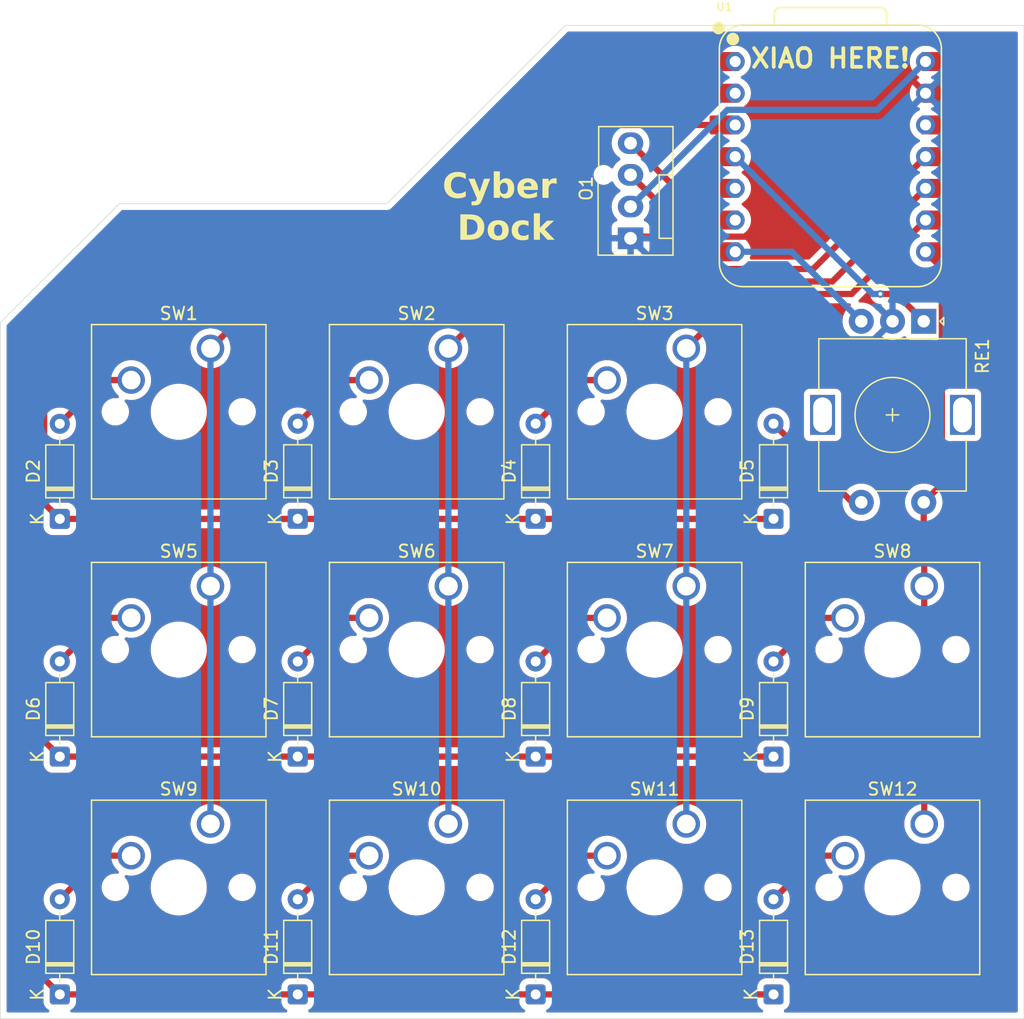
<source format=kicad_pcb>
(kicad_pcb (version 20241229) (generator "pcbnew") (generator_version "9.0")
  (layers (0 "F.Cu" signal) (2 "B.Cu" signal) (13 "F.Paste" user) (15 "B.Paste" user) (5 "F.SilkS" user "F.Silkscreen") (7 "B.SilkS" user "B.Silkscreen") (1 "F.Mask" user) (3 "B.Mask" user) (25 "Edge.Cuts" user))
  (net 0 "")
  (net 1 "GND")
  (net 2 "+5V")
  (net 3 "Net-(D2-A)")
  (net 4 "Row 0")
  (net 5 "Net-(D3-A)")
  (net 6 "Net-(D4-A)")
  (net 7 "Net-(D5-A)")
  (net 8 "Net-(D6-A)")
  (net 9 "Row 1")
  (net 10 "Net-(D7-A)")
  (net 11 "Net-(D8-A)")
  (net 12 "Net-(D9-A)")
  (net 13 "Net-(D10-A)")
  (net 14 "Row 2")
  (net 15 "Net-(D11-A)")
  (net 16 "Net-(D12-A)")
  (net 17 "Net-(D13-A)")
  (net 18 "Column 0")
  (net 19 "Column 1")
  (net 20 "Column 2")
  (net 21 "Column 3")
  (net 22 "Net-(O1-SCL)")
  (net 23 "Net-(O1-SDA)")
  (net 24 "Net-(U1-GPIO29{slash}ADC3{slash}A3)")
  (net 25 "Net-(U1-GPIO0{slash}TX)")
  (footprint "Diode_THT:D_DO-35_SOD27_P7.62mm_Horizontal" (layer "F.Cu") (at 152.4 118.11 90)
    (property "Reference" "D12" (at 3.81 -2.12 90) (layer "F.SilkS"))
    (property "Value" "1N4148")
    (fp_line (start 2.53 -1.12) (end 2.53 1.12) (stroke (width 0.12)) (layer "F.SilkS"))
    (fp_line (start 2.41 -1.12) (end 2.41 1.12) (stroke (width 0.12)) (layer "F.SilkS"))
    (fp_line (start 2.29 -1.12) (end 2.29 1.12) (stroke (width 0.12)) (layer "F.SilkS"))
    (fp_line (start 6.58 0) (end 5.93 0) (stroke (width 0.12)) (layer "F.SilkS"))
    (fp_line (start 1.04 0) (end 1.69 0) (stroke (width 0.12)) (layer "F.SilkS"))
    (fp_rect (start 1.69 -1.12) (end 5.93 1.12) (stroke (width 0.12)) (fill no) (layer "F.SilkS"))
    (fp_text user "K" (at 0 -1.8 90) (layer "F.SilkS"))
    (pad "1" thru_hole roundrect (at 0 0 90) (size 1.6 1.6) (drill 0.8) (layers "*.Cu" "*.Mask") (roundrect_rratio 0.15625) (net 14 "Row 2"))
    (pad "2" thru_hole circle (at 7.62 0 90) (size 1.6 1.6) (drill 0.8) (layers "*.Cu" "*.Mask") (net 16 "Net-(D12-A)"))
  )
  (footprint "Diode_THT:D_DO-35_SOD27_P7.62mm_Horizontal" (layer "F.Cu") (at 133.35 118.11 90)
    (property "Reference" "D11" (at 3.81 -2.12 90) (layer "F.SilkS"))
    (property "Value" "1N4148")
    (fp_line (start 2.53 -1.12) (end 2.53 1.12) (stroke (width 0.12)) (layer "F.SilkS"))
    (fp_line (start 2.41 -1.12) (end 2.41 1.12) (stroke (width 0.12)) (layer "F.SilkS"))
    (fp_line (start 2.29 -1.12) (end 2.29 1.12) (stroke (width 0.12)) (layer "F.SilkS"))
    (fp_line (start 6.58 0) (end 5.93 0) (stroke (width 0.12)) (layer "F.SilkS"))
    (fp_line (start 1.04 0) (end 1.69 0) (stroke (width 0.12)) (layer "F.SilkS"))
    (fp_rect (start 1.69 -1.12) (end 5.93 1.12) (stroke (width 0.12)) (fill no) (layer "F.SilkS"))
    (fp_text user "K" (at 0 -1.8 90) (layer "F.SilkS"))
    (pad "1" thru_hole roundrect (at 0 0 90) (size 1.6 1.6) (drill 0.8) (layers "*.Cu" "*.Mask") (roundrect_rratio 0.15625) (net 14 "Row 2"))
    (pad "2" thru_hole circle (at 7.62 0 90) (size 1.6 1.6) (drill 0.8) (layers "*.Cu" "*.Mask") (net 15 "Net-(D11-A)"))
  )
  (footprint "Rotary_Encoder:RotaryEncoder_Alps_EC11E-Switch_Vertical_H20mm" (layer "F.Cu") (at 183.475 64.1875 -90)
    (property "Reference" "RE1" (at 2.8 -4.7 90) (layer "F.SilkS"))
    (property "Value" "~")
    (fp_line (start 5.5 8.4) (end 1.4 8.4) (stroke (width 0.12)) (layer "F.SilkS"))
    (fp_line (start 13.6 8.4) (end 9.5 8.4) (stroke (width 0.12)) (layer "F.SilkS"))
    (fp_line (start 13.6 6) (end 13.6 8.4) (stroke (width 0.12)) (layer "F.SilkS"))
    (fp_line (start 7 2.5) (end 8 2.5) (stroke (width 0.12)) (layer "F.SilkS"))
    (fp_line (start 7.5 2) (end 7.5 3) (stroke (width 0.12)) (layer "F.SilkS"))
    (fp_line (start 13.6 1.2) (end 13.6 3.8) (stroke (width 0.12)) (layer "F.SilkS"))
    (fp_line (start 0 -1.3) (end -0.3 -1.6) (stroke (width 0.12)) (layer "F.SilkS"))
    (fp_line (start -0.3 -1.6) (end 0.3 -1.6) (stroke (width 0.12)) (layer "F.SilkS"))
    (fp_line (start 0.3 -1.6) (end 0 -1.3) (stroke (width 0.12)) (layer "F.SilkS"))
    (fp_line (start 1.4 -3.4) (end 1.4 8.4) (stroke (width 0.12)) (layer "F.SilkS"))
    (fp_line (start 5.5 -3.4) (end 1.4 -3.4) (stroke (width 0.12)) (layer "F.SilkS"))
    (fp_line (start 9.5 -3.4) (end 13.6 -3.4) (stroke (width 0.12)) (layer "F.SilkS"))
    (fp_line (start 13.6 -3.4) (end 13.6 -1) (stroke (width 0.12)) (layer "F.SilkS"))
    (fp_circle (center 7.5 2.5) (end 10.5 2.5) (stroke (width 0.12)) (fill no) (layer "F.SilkS"))
    (pad "A" thru_hole rect (at 0 0 270) (size 2 2) (drill 1) (layers "*.Cu" "*.Mask") (net 24 "Net-(U1-GPIO29{slash}ADC3{slash}A3)"))
    (pad "B" thru_hole circle (at 0 5 270) (size 2 2) (drill 1) (layers "*.Cu" "*.Mask") (net 25 "Net-(U1-GPIO0{slash}TX)"))
    (pad "C" thru_hole circle (at 0 2.5 270) (size 2 2) (drill 1) (layers "*.Cu" "*.Mask") (net 1 "GND"))
    (pad "MP" thru_hole rect (at 7.5 -3.1 270) (size 3.2 2) (drill oval 2.8 1.5) (layers "*.Cu" "*.Mask"))
    (pad "MP" thru_hole rect (at 7.5 8.1 270) (size 3.2 2) (drill oval 2.8 1.5) (layers "*.Cu" "*.Mask"))
    (pad "S1" thru_hole circle (at 14.5 5 270) (size 2 2) (drill 1) (layers "*.Cu" "*.Mask") (net 7 "Net-(D5-A)"))
    (pad "S2" thru_hole circle (at 14.5 0 270) (size 2 2) (drill 1) (layers "*.Cu" "*.Mask") (net 21 "Column 3"))
  )
  (footprint "Diode_THT:D_DO-35_SOD27_P7.62mm_Horizontal" (layer "F.Cu") (at 152.4 99.06 90)
    (property "Reference" "D8" (at 3.81 -2.12 90) (layer "F.SilkS"))
    (property "Value" "1N4148")
    (fp_line (start 2.53 -1.12) (end 2.53 1.12) (stroke (width 0.12)) (layer "F.SilkS"))
    (fp_line (start 2.41 -1.12) (end 2.41 1.12) (stroke (width 0.12)) (layer "F.SilkS"))
    (fp_line (start 2.29 -1.12) (end 2.29 1.12) (stroke (width 0.12)) (layer "F.SilkS"))
    (fp_line (start 6.58 0) (end 5.93 0) (stroke (width 0.12)) (layer "F.SilkS"))
    (fp_line (start 1.04 0) (end 1.69 0) (stroke (width 0.12)) (layer "F.SilkS"))
    (fp_rect (start 1.69 -1.12) (end 5.93 1.12) (stroke (width 0.12)) (fill no) (layer "F.SilkS"))
    (fp_text user "K" (at 0 -1.8 90) (layer "F.SilkS"))
    (pad "1" thru_hole roundrect (at 0 0 90) (size 1.6 1.6) (drill 0.8) (layers "*.Cu" "*.Mask") (roundrect_rratio 0.15625) (net 9 "Row 1"))
    (pad "2" thru_hole circle (at 7.62 0 90) (size 1.6 1.6) (drill 0.8) (layers "*.Cu" "*.Mask") (net 11 "Net-(D8-A)"))
  )
  (footprint "Button_Switch_Keyboard:SW_Cherry_MX_1.00u_PCB" (layer "F.Cu") (at 164.465 66.3575)
    (property "Reference" "SW3" (at -2.54 -2.794 0) (layer "F.SilkS"))
    (property "Value" "SW_Push_45deg")
    (fp_line (start -9.525 -1.905) (end 4.445 -1.905) (stroke (width 0.12)) (layer "F.SilkS"))
    (fp_line (start -9.525 12.065) (end -9.525 -1.905) (stroke (width 0.12)) (layer "F.SilkS"))
    (fp_line (start 4.445 -1.905) (end 4.445 12.065) (stroke (width 0.12)) (layer "F.SilkS"))
    (fp_line (start 4.445 12.065) (end -9.525 12.065) (stroke (width 0.12)) (layer "F.SilkS"))
    (pad "" np_thru_hole circle (at -7.62 5.08) (size 1.7 1.7) (drill 1.7) (layers "*.Cu" "*.Mask"))
    (pad "" np_thru_hole circle (at -2.54 5.08) (size 4 4) (drill 4) (layers "*.Cu" "*.Mask"))
    (pad "" np_thru_hole circle (at 2.54 5.08) (size 1.7 1.7) (drill 1.7) (layers "*.Cu" "*.Mask"))
    (pad "1" thru_hole circle (at 0 0) (size 2.2 2.2) (drill 1.5) (layers "*.Cu" "*.Mask") (net 20 "Column 2"))
    (pad "2" thru_hole circle (at -6.35 2.54) (size 2.2 2.2) (drill 1.5) (layers "*.Cu" "*.Mask") (net 6 "Net-(D4-A)"))
  )
  (footprint "Button_Switch_Keyboard:SW_Cherry_MX_1.00u_PCB" (layer "F.Cu") (at 126.365 85.4075)
    (property "Reference" "SW5" (at -2.54 -2.794 0) (layer "F.SilkS"))
    (property "Value" "SW_Push_45deg")
    (fp_line (start -9.525 -1.905) (end 4.445 -1.905) (stroke (width 0.12)) (layer "F.SilkS"))
    (fp_line (start -9.525 12.065) (end -9.525 -1.905) (stroke (width 0.12)) (layer "F.SilkS"))
    (fp_line (start 4.445 -1.905) (end 4.445 12.065) (stroke (width 0.12)) (layer "F.SilkS"))
    (fp_line (start 4.445 12.065) (end -9.525 12.065) (stroke (width 0.12)) (layer "F.SilkS"))
    (pad "" np_thru_hole circle (at -7.62 5.08) (size 1.7 1.7) (drill 1.7) (layers "*.Cu" "*.Mask"))
    (pad "" np_thru_hole circle (at -2.54 5.08) (size 4 4) (drill 4) (layers "*.Cu" "*.Mask"))
    (pad "" np_thru_hole circle (at 2.54 5.08) (size 1.7 1.7) (drill 1.7) (layers "*.Cu" "*.Mask"))
    (pad "1" thru_hole circle (at 0 0) (size 2.2 2.2) (drill 1.5) (layers "*.Cu" "*.Mask") (net 18 "Column 0"))
    (pad "2" thru_hole circle (at -6.35 2.54) (size 2.2 2.2) (drill 1.5) (layers "*.Cu" "*.Mask") (net 8 "Net-(D6-A)"))
  )
  (footprint "Diode_THT:D_DO-35_SOD27_P7.62mm_Horizontal" (layer "F.Cu") (at 114.3 118.11 90)
    (property "Reference" "D10" (at 3.81 -2.12 90) (layer "F.SilkS"))
    (property "Value" "1N4148")
    (fp_line (start 2.53 -1.12) (end 2.53 1.12) (stroke (width 0.12)) (layer "F.SilkS"))
    (fp_line (start 2.41 -1.12) (end 2.41 1.12) (stroke (width 0.12)) (layer "F.SilkS"))
    (fp_line (start 2.29 -1.12) (end 2.29 1.12) (stroke (width 0.12)) (layer "F.SilkS"))
    (fp_line (start 6.58 0) (end 5.93 0) (stroke (width 0.12)) (layer "F.SilkS"))
    (fp_line (start 1.04 0) (end 1.69 0) (stroke (width 0.12)) (layer "F.SilkS"))
    (fp_rect (start 1.69 -1.12) (end 5.93 1.12) (stroke (width 0.12)) (fill no) (layer "F.SilkS"))
    (fp_text user "K" (at 0 -1.8 90) (layer "F.SilkS"))
    (pad "1" thru_hole roundrect (at 0 0 90) (size 1.6 1.6) (drill 0.8) (layers "*.Cu" "*.Mask") (roundrect_rratio 0.15625) (net 14 "Row 2"))
    (pad "2" thru_hole circle (at 7.62 0 90) (size 1.6 1.6) (drill 0.8) (layers "*.Cu" "*.Mask") (net 13 "Net-(D10-A)"))
  )
  (footprint "Diode_THT:D_DO-35_SOD27_P7.62mm_Horizontal" (layer "F.Cu") (at 171.45 99.06 90)
    (property "Reference" "D9" (at 3.81 -2.12 90) (layer "F.SilkS"))
    (property "Value" "1N4148")
    (fp_line (start 2.53 -1.12) (end 2.53 1.12) (stroke (width 0.12)) (layer "F.SilkS"))
    (fp_line (start 2.41 -1.12) (end 2.41 1.12) (stroke (width 0.12)) (layer "F.SilkS"))
    (fp_line (start 2.29 -1.12) (end 2.29 1.12) (stroke (width 0.12)) (layer "F.SilkS"))
    (fp_line (start 6.58 0) (end 5.93 0) (stroke (width 0.12)) (layer "F.SilkS"))
    (fp_line (start 1.04 0) (end 1.69 0) (stroke (width 0.12)) (layer "F.SilkS"))
    (fp_rect (start 1.69 -1.12) (end 5.93 1.12) (stroke (width 0.12)) (fill no) (layer "F.SilkS"))
    (fp_text user "K" (at 0 -1.8 90) (layer "F.SilkS"))
    (pad "1" thru_hole roundrect (at 0 0 90) (size 1.6 1.6) (drill 0.8) (layers "*.Cu" "*.Mask") (roundrect_rratio 0.15625) (net 9 "Row 1"))
    (pad "2" thru_hole circle (at 7.62 0 90) (size 1.6 1.6) (drill 0.8) (layers "*.Cu" "*.Mask") (net 12 "Net-(D9-A)"))
  )
  (footprint "Diode_THT:D_DO-35_SOD27_P7.62mm_Horizontal" (layer "F.Cu") (at 114.3 80.01875 90)
    (property "Reference" "D2" (at 3.81 -2.12 90) (layer "F.SilkS"))
    (property "Value" "1N4148")
    (fp_line (start 2.53 -1.12) (end 2.53 1.12) (stroke (width 0.12)) (layer "F.SilkS"))
    (fp_line (start 2.41 -1.12) (end 2.41 1.12) (stroke (width 0.12)) (layer "F.SilkS"))
    (fp_line (start 2.29 -1.12) (end 2.29 1.12) (stroke (width 0.12)) (layer "F.SilkS"))
    (fp_line (start 6.58 0) (end 5.93 0) (stroke (width 0.12)) (layer "F.SilkS"))
    (fp_line (start 1.04 0) (end 1.69 0) (stroke (width 0.12)) (layer "F.SilkS"))
    (fp_rect (start 1.69 -1.12) (end 5.93 1.12) (stroke (width 0.12)) (fill no) (layer "F.SilkS"))
    (fp_text user "K" (at 0 -1.8 90) (layer "F.SilkS"))
    (pad "1" thru_hole roundrect (at 0 0 90) (size 1.6 1.6) (drill 0.8) (layers "*.Cu" "*.Mask") (roundrect_rratio 0.15625) (net 4 "Row 0"))
    (pad "2" thru_hole circle (at 7.62 0 90) (size 1.6 1.6) (drill 0.8) (layers "*.Cu" "*.Mask") (net 3 "Net-(D2-A)"))
  )
  (footprint "Button_Switch_Keyboard:SW_Cherry_MX_1.00u_PCB" (layer "F.Cu") (at 145.415 85.4075)
    (property "Reference" "SW6" (at -2.54 -2.794 0) (layer "F.SilkS"))
    (property "Value" "SW_Push_45deg")
    (fp_line (start -9.525 -1.905) (end 4.445 -1.905) (stroke (width 0.12)) (layer "F.SilkS"))
    (fp_line (start -9.525 12.065) (end -9.525 -1.905) (stroke (width 0.12)) (layer "F.SilkS"))
    (fp_line (start 4.445 -1.905) (end 4.445 12.065) (stroke (width 0.12)) (layer "F.SilkS"))
    (fp_line (start 4.445 12.065) (end -9.525 12.065) (stroke (width 0.12)) (layer "F.SilkS"))
    (pad "" np_thru_hole circle (at -7.62 5.08) (size 1.7 1.7) (drill 1.7) (layers "*.Cu" "*.Mask"))
    (pad "" np_thru_hole circle (at -2.54 5.08) (size 4 4) (drill 4) (layers "*.Cu" "*.Mask"))
    (pad "" np_thru_hole circle (at 2.54 5.08) (size 1.7 1.7) (drill 1.7) (layers "*.Cu" "*.Mask"))
    (pad "1" thru_hole circle (at 0 0) (size 2.2 2.2) (drill 1.5) (layers "*.Cu" "*.Mask") (net 19 "Column 1"))
    (pad "2" thru_hole circle (at -6.35 2.54) (size 2.2 2.2) (drill 1.5) (layers "*.Cu" "*.Mask") (net 10 "Net-(D7-A)"))
  )
  (footprint "Button_Switch_Keyboard:SW_Cherry_MX_1.00u_PCB" (layer "F.Cu") (at 126.365 66.3575)
    (property "Reference" "SW1" (at -2.54 -2.794 0) (layer "F.SilkS"))
    (property "Value" "SW_Push_45deg")
    (fp_line (start -9.525 -1.905) (end 4.445 -1.905) (stroke (width 0.12)) (layer "F.SilkS"))
    (fp_line (start -9.525 12.065) (end -9.525 -1.905) (stroke (width 0.12)) (layer "F.SilkS"))
    (fp_line (start 4.445 -1.905) (end 4.445 12.065) (stroke (width 0.12)) (layer "F.SilkS"))
    (fp_line (start 4.445 12.065) (end -9.525 12.065) (stroke (width 0.12)) (layer "F.SilkS"))
    (pad "" np_thru_hole circle (at -7.62 5.08) (size 1.7 1.7) (drill 1.7) (layers "*.Cu" "*.Mask"))
    (pad "" np_thru_hole circle (at -2.54 5.08) (size 4 4) (drill 4) (layers "*.Cu" "*.Mask"))
    (pad "" np_thru_hole circle (at 2.54 5.08) (size 1.7 1.7) (drill 1.7) (layers "*.Cu" "*.Mask"))
    (pad "1" thru_hole circle (at 0 0) (size 2.2 2.2) (drill 1.5) (layers "*.Cu" "*.Mask") (net 18 "Column 0"))
    (pad "2" thru_hole circle (at -6.35 2.54) (size 2.2 2.2) (drill 1.5) (layers "*.Cu" "*.Mask") (net 3 "Net-(D2-A)"))
  )
  (footprint "Button_Switch_Keyboard:SW_Cherry_MX_1.00u_PCB" (layer "F.Cu") (at 183.515 104.4575)
    (property "Reference" "SW12" (at -2.54 -2.794 0) (layer "F.SilkS"))
    (property "Value" "SW_Push_45deg")
    (fp_line (start -9.525 -1.905) (end 4.445 -1.905) (stroke (width 0.12)) (layer "F.SilkS"))
    (fp_line (start -9.525 12.065) (end -9.525 -1.905) (stroke (width 0.12)) (layer "F.SilkS"))
    (fp_line (start 4.445 -1.905) (end 4.445 12.065) (stroke (width 0.12)) (layer "F.SilkS"))
    (fp_line (start 4.445 12.065) (end -9.525 12.065) (stroke (width 0.12)) (layer "F.SilkS"))
    (pad "" np_thru_hole circle (at -7.62 5.08) (size 1.7 1.7) (drill 1.7) (layers "*.Cu" "*.Mask"))
    (pad "" np_thru_hole circle (at -2.54 5.08) (size 4 4) (drill 4) (layers "*.Cu" "*.Mask"))
    (pad "" np_thru_hole circle (at 2.54 5.08) (size 1.7 1.7) (drill 1.7) (layers "*.Cu" "*.Mask"))
    (pad "1" thru_hole circle (at 0 0) (size 2.2 2.2) (drill 1.5) (layers "*.Cu" "*.Mask") (net 21 "Column 3"))
    (pad "2" thru_hole circle (at -6.35 2.54) (size 2.2 2.2) (drill 1.5) (layers "*.Cu" "*.Mask") (net 17 "Net-(D13-A)"))
  )
  (footprint "Button_Switch_Keyboard:SW_Cherry_MX_1.00u_PCB" (layer "F.Cu") (at 126.365 104.4575)
    (property "Reference" "SW9" (at -2.54 -2.794 0) (layer "F.SilkS"))
    (property "Value" "SW_Push_45deg")
    (fp_line (start -9.525 -1.905) (end 4.445 -1.905) (stroke (width 0.12)) (layer "F.SilkS"))
    (fp_line (start -9.525 12.065) (end -9.525 -1.905) (stroke (width 0.12)) (layer "F.SilkS"))
    (fp_line (start 4.445 -1.905) (end 4.445 12.065) (stroke (width 0.12)) (layer "F.SilkS"))
    (fp_line (start 4.445 12.065) (end -9.525 12.065) (stroke (width 0.12)) (layer "F.SilkS"))
    (pad "" np_thru_hole circle (at -7.62 5.08) (size 1.7 1.7) (drill 1.7) (layers "*.Cu" "*.Mask"))
    (pad "" np_thru_hole circle (at -2.54 5.08) (size 4 4) (drill 4) (layers "*.Cu" "*.Mask"))
    (pad "" np_thru_hole circle (at 2.54 5.08) (size 1.7 1.7) (drill 1.7) (layers "*.Cu" "*.Mask"))
    (pad "1" thru_hole circle (at 0 0) (size 2.2 2.2) (drill 1.5) (layers "*.Cu" "*.Mask") (net 18 "Column 0"))
    (pad "2" thru_hole circle (at -6.35 2.54) (size 2.2 2.2) (drill 1.5) (layers "*.Cu" "*.Mask") (net 13 "Net-(D10-A)"))
  )
  (footprint "Button_Switch_Keyboard:SW_Cherry_MX_1.00u_PCB" (layer "F.Cu") (at 164.465 85.4075)
    (property "Reference" "SW7" (at -2.54 -2.794 0) (layer "F.SilkS"))
    (property "Value" "SW_Push_45deg")
    (fp_line (start -9.525 -1.905) (end 4.445 -1.905) (stroke (width 0.12)) (layer "F.SilkS"))
    (fp_line (start -9.525 12.065) (end -9.525 -1.905) (stroke (width 0.12)) (layer "F.SilkS"))
    (fp_line (start 4.445 -1.905) (end 4.445 12.065) (stroke (width 0.12)) (layer "F.SilkS"))
    (fp_line (start 4.445 12.065) (end -9.525 12.065) (stroke (width 0.12)) (layer "F.SilkS"))
    (pad "" np_thru_hole circle (at -7.62 5.08) (size 1.7 1.7) (drill 1.7) (layers "*.Cu" "*.Mask"))
    (pad "" np_thru_hole circle (at -2.54 5.08) (size 4 4) (drill 4) (layers "*.Cu" "*.Mask"))
    (pad "" np_thru_hole circle (at 2.54 5.08) (size 1.7 1.7) (drill 1.7) (layers "*.Cu" "*.Mask"))
    (pad "1" thru_hole circle (at 0 0) (size 2.2 2.2) (drill 1.5) (layers "*.Cu" "*.Mask") (net 20 "Column 2"))
    (pad "2" thru_hole circle (at -6.35 2.54) (size 2.2 2.2) (drill 1.5) (layers "*.Cu" "*.Mask") (net 11 "Net-(D8-A)"))
  )
  (footprint "Button_Switch_Keyboard:SW_Cherry_MX_1.00u_PCB" (layer "F.Cu") (at 145.415 104.4575)
    (property "Reference" "SW10" (at -2.54 -2.794 0) (layer "F.SilkS"))
    (property "Value" "SW_Push_45deg")
    (fp_line (start -9.525 -1.905) (end 4.445 -1.905) (stroke (width 0.12)) (layer "F.SilkS"))
    (fp_line (start -9.525 12.065) (end -9.525 -1.905) (stroke (width 0.12)) (layer "F.SilkS"))
    (fp_line (start 4.445 -1.905) (end 4.445 12.065) (stroke (width 0.12)) (layer "F.SilkS"))
    (fp_line (start 4.445 12.065) (end -9.525 12.065) (stroke (width 0.12)) (layer "F.SilkS"))
    (pad "" np_thru_hole circle (at -7.62 5.08) (size 1.7 1.7) (drill 1.7) (layers "*.Cu" "*.Mask"))
    (pad "" np_thru_hole circle (at -2.54 5.08) (size 4 4) (drill 4) (layers "*.Cu" "*.Mask"))
    (pad "" np_thru_hole circle (at 2.54 5.08) (size 1.7 1.7) (drill 1.7) (layers "*.Cu" "*.Mask"))
    (pad "1" thru_hole circle (at 0 0) (size 2.2 2.2) (drill 1.5) (layers "*.Cu" "*.Mask") (net 19 "Column 1"))
    (pad "2" thru_hole circle (at -6.35 2.54) (size 2.2 2.2) (drill 1.5) (layers "*.Cu" "*.Mask") (net 15 "Net-(D11-A)"))
  )
  (footprint "Diode_THT:D_DO-35_SOD27_P7.62mm_Horizontal" (layer "F.Cu") (at 133.35 99.06 90)
    (property "Reference" "D7" (at 3.81 -2.12 90) (layer "F.SilkS"))
    (property "Value" "1N4148")
    (fp_line (start 2.53 -1.12) (end 2.53 1.12) (stroke (width 0.12)) (layer "F.SilkS"))
    (fp_line (start 2.41 -1.12) (end 2.41 1.12) (stroke (width 0.12)) (layer "F.SilkS"))
    (fp_line (start 2.29 -1.12) (end 2.29 1.12) (stroke (width 0.12)) (layer "F.SilkS"))
    (fp_line (start 6.58 0) (end 5.93 0) (stroke (width 0.12)) (layer "F.SilkS"))
    (fp_line (start 1.04 0) (end 1.69 0) (stroke (width 0.12)) (layer "F.SilkS"))
    (fp_rect (start 1.69 -1.12) (end 5.93 1.12) (stroke (width 0.12)) (fill no) (layer "F.SilkS"))
    (fp_text user "K" (at 0 -1.8 90) (layer "F.SilkS"))
    (pad "1" thru_hole roundrect (at 0 0 90) (size 1.6 1.6) (drill 0.8) (layers "*.Cu" "*.Mask") (roundrect_rratio 0.15625) (net 9 "Row 1"))
    (pad "2" thru_hole circle (at 7.62 0 90) (size 1.6 1.6) (drill 0.8) (layers "*.Cu" "*.Mask") (net 10 "Net-(D7-A)"))
  )
  (footprint "Diode_THT:D_DO-35_SOD27_P7.62mm_Horizontal" (layer "F.Cu") (at 133.35 80.01 90)
    (property "Reference" "D3" (at 3.81 -2.12 90) (layer "F.SilkS"))
    (property "Value" "1N4148")
    (fp_line (start 2.53 -1.12) (end 2.53 1.12) (stroke (width 0.12)) (layer "F.SilkS"))
    (fp_line (start 2.41 -1.12) (end 2.41 1.12) (stroke (width 0.12)) (layer "F.SilkS"))
    (fp_line (start 2.29 -1.12) (end 2.29 1.12) (stroke (width 0.12)) (layer "F.SilkS"))
    (fp_line (start 6.58 0) (end 5.93 0) (stroke (width 0.12)) (layer "F.SilkS"))
    (fp_line (start 1.04 0) (end 1.69 0) (stroke (width 0.12)) (layer "F.SilkS"))
    (fp_rect (start 1.69 -1.12) (end 5.93 1.12) (stroke (width 0.12)) (fill no) (layer "F.SilkS"))
    (fp_text user "K" (at 0 -1.8 90) (layer "F.SilkS"))
    (pad "1" thru_hole roundrect (at 0 0 90) (size 1.6 1.6) (drill 0.8) (layers "*.Cu" "*.Mask") (roundrect_rratio 0.15625) (net 4 "Row 0"))
    (pad "2" thru_hole circle (at 7.62 0 90) (size 1.6 1.6) (drill 0.8) (layers "*.Cu" "*.Mask") (net 5 "Net-(D3-A)"))
  )
  (footprint "Diode_THT:D_DO-35_SOD27_P7.62mm_Horizontal" (layer "F.Cu") (at 152.4 80.01 90)
    (property "Reference" "D4" (at 3.81 -2.12 90) (layer "F.SilkS"))
    (property "Value" "1N4148")
    (fp_line (start 2.53 -1.12) (end 2.53 1.12) (stroke (width 0.12)) (layer "F.SilkS"))
    (fp_line (start 2.41 -1.12) (end 2.41 1.12) (stroke (width 0.12)) (layer "F.SilkS"))
    (fp_line (start 2.29 -1.12) (end 2.29 1.12) (stroke (width 0.12)) (layer "F.SilkS"))
    (fp_line (start 6.58 0) (end 5.93 0) (stroke (width 0.12)) (layer "F.SilkS"))
    (fp_line (start 1.04 0) (end 1.69 0) (stroke (width 0.12)) (layer "F.SilkS"))
    (fp_rect (start 1.69 -1.12) (end 5.93 1.12) (stroke (width 0.12)) (fill no) (layer "F.SilkS"))
    (fp_text user "K" (at 0 -1.8 90) (layer "F.SilkS"))
    (pad "1" thru_hole roundrect (at 0 0 90) (size 1.6 1.6) (drill 0.8) (layers "*.Cu" "*.Mask") (roundrect_rratio 0.15625) (net 4 "Row 0"))
    (pad "2" thru_hole circle (at 7.62 0 90) (size 1.6 1.6) (drill 0.8) (layers "*.Cu" "*.Mask") (net 6 "Net-(D4-A)"))
  )
  (footprint "Button_Switch_Keyboard:SW_Cherry_MX_1.00u_PCB" (layer "F.Cu") (at 145.415 66.3575)
    (property "Reference" "SW2" (at -2.54 -2.794 0) (layer "F.SilkS"))
    (property "Value" "SW_Push_45deg")
    (fp_line (start -9.525 -1.905) (end 4.445 -1.905) (stroke (width 0.12)) (layer "F.SilkS"))
    (fp_line (start -9.525 12.065) (end -9.525 -1.905) (stroke (width 0.12)) (layer "F.SilkS"))
    (fp_line (start 4.445 -1.905) (end 4.445 12.065) (stroke (width 0.12)) (layer "F.SilkS"))
    (fp_line (start 4.445 12.065) (end -9.525 12.065) (stroke (width 0.12)) (layer "F.SilkS"))
    (pad "" np_thru_hole circle (at -7.62 5.08) (size 1.7 1.7) (drill 1.7) (layers "*.Cu" "*.Mask"))
    (pad "" np_thru_hole circle (at -2.54 5.08) (size 4 4) (drill 4) (layers "*.Cu" "*.Mask"))
    (pad "" np_thru_hole circle (at 2.54 5.08) (size 1.7 1.7) (drill 1.7) (layers "*.Cu" "*.Mask"))
    (pad "1" thru_hole circle (at 0 0) (size 2.2 2.2) (drill 1.5) (layers "*.Cu" "*.Mask") (net 19 "Column 1"))
    (pad "2" thru_hole circle (at -6.35 2.54) (size 2.2 2.2) (drill 1.5) (layers "*.Cu" "*.Mask") (net 5 "Net-(D3-A)"))
  )
  (footprint "Connector:FanPinHeader_1x04_P2.54mm_Vertical" (layer "F.Cu") (at 160 57.54 90)
    (property "Reference" "O1" (at 4 -3.55 90) (layer "F.SilkS"))
    (property "Value" "~")
    (fp_line (start -1.35 -2.6) (end 4.4 -2.6) (stroke (width 0.12)) (layer "F.SilkS"))
    (fp_line (start 8.95 -2.55) (end 8.95 3.4) (stroke (width 0.12)) (layer "F.SilkS"))
    (fp_line (start 5.75 -2.55) (end 8.95 -2.55) (stroke (width 0.12)) (layer "F.SilkS"))
    (fp_line (start 5.08 2.29) (end 5.08 3.3) (stroke (width 0.12)) (layer "F.SilkS"))
    (fp_line (start 0 2.29) (end 5.08 2.29) (stroke (width 0.12)) (layer "F.SilkS"))
    (fp_line (start 0 3.3) (end 0 2.29) (stroke (width 0.12)) (layer "F.SilkS"))
    (fp_line (start 8.95 3.4) (end -1.35 3.4) (stroke (width 0.12)) (layer "F.SilkS"))
    (fp_line (start -1.35 3.4) (end -1.35 -2.6) (stroke (width 0.12)) (layer "F.SilkS"))
    (pad "" np_thru_hole circle (at 5.08 -2.16 180) (size 1.1 1.1) (drill 1.1) (layers "*.Cu" "*.Mask"))
    (pad "1" thru_hole rect (at 0 0 180) (size 2.03 1.73) (drill 1.02) (layers "*.Cu" "*.Mask") (net 1 "GND"))
    (pad "2" thru_hole oval (at 2.54 0 180) (size 2.03 1.73) (drill 1.02) (layers "*.Cu" "*.Mask") (net 2 "+5V"))
    (pad "3" thru_hole oval (at 5.08 0 180) (size 2.03 1.73) (drill 1.02) (layers "*.Cu" "*.Mask") (net 22 "Net-(O1-SCL)"))
    (pad "4" thru_hole oval (at 7.62 0 180) (size 2.03 1.73) (drill 1.02) (layers "*.Cu" "*.Mask") (net 23 "Net-(O1-SDA)"))
  )
  (footprint "Seeed Studio XIAO Series Library:XIAO-RP2040-DIP" (layer "F.Cu") (at 176 51)
    (property "Reference" "U1" (at -8.5 -12 0) (layer "F.SilkS") (effects (font (size 0.635 0.635) (thickness 0.1016))))
    (property "Value" "XIAO-RP2040-DIP")
    (fp_line (start -8.89 8.509) (end -8.89 -8.636) (stroke (width 0.127)) (layer "F.SilkS"))
    (fp_line (start -6.985 10.414) (end 6.985 10.414) (stroke (width 0.127)) (layer "F.SilkS"))
    (fp_line (start -4.495 -10.541) (end -4.491272 -11.451272) (stroke (width 0.127)) (layer "F.SilkS"))
    (fp_line (start -3.991272 -11.951) (end 4.004 -11.951) (stroke (width 0.127)) (layer "F.SilkS"))
    (fp_line (start 4.504 -11.451) (end 4.504 -10.541) (stroke (width 0.127)) (layer "F.SilkS"))
    (fp_line (start 6.985 -10.541) (end -6.985 -10.541) (stroke (width 0.1)) (layer "F.SilkS"))
    (fp_line (start 6.985 -10.541) (end -6.985 -10.541) (stroke (width 0.127)) (layer "F.SilkS"))
    (fp_line (start 8.89 8.509) (end 8.89 -8.636) (stroke (width 0.127)) (layer "F.SilkS"))
    (fp_arc (start -8.89 -8.636) (mid -8.332038 -9.983038) (end -6.985 -10.541) (stroke (width 0.127)) (layer "F.SilkS"))
    (fp_arc (start -6.985 10.414) (mid -8.332038 9.856038) (end -8.89 8.509) (stroke (width 0.127)) (layer "F.SilkS"))
    (fp_arc (start -4.491272 -11.451272) (mid -4.344728 -11.80464) (end -3.991272 -11.951) (stroke (width 0.127)) (layer "F.SilkS"))
    (fp_arc (start 4.004 -11.951) (mid 4.357553 -11.804553) (end 4.504 -11.451) (stroke (width 0.127)) (layer "F.SilkS"))
    (fp_arc (start 6.985 -10.541) (mid 8.332038 -9.983038) (end 8.89 -8.636) (stroke (width 0.127)) (layer "F.SilkS"))
    (fp_arc (start 8.89 8.509) (mid 8.332038 9.856038) (end 6.985 10.414) (stroke (width 0.127)) (layer "F.SilkS"))
    (fp_circle (center -8.95 -10.3) (end -8.95 -10.554) (stroke (width 0.5)) (fill yes) (layer "F.SilkS"))
    (fp_circle (center -7.807 -9.42) (end -7.807 -9.674) (stroke (width 0.5)) (fill yes) (layer "F.SilkS"))
    (pad "1" smd roundrect (at -8.455 -7.62 180) (size 2.432 1.524) (layers "F.Cu" "F.Mask") (roundrect_rratio 0.1) (net 14 "Row 2"))
    (pad "1" thru_hole circle (at -7.62 -7.62 180) (size 1.524 1.524) (drill 0.889) (layers "*.Cu" "*.Mask") (net 14 "Row 2"))
    (pad "2" smd roundrect (at -8.455 -5.08 180) (size 2.432 1.524) (layers "F.Cu" "F.Mask") (roundrect_rratio 0.1) (net 9 "Row 1"))
    (pad "2" thru_hole circle (at -7.62 -5.08 180) (size 1.524 1.524) (drill 0.889) (layers "*.Cu" "*.Mask") (net 9 "Row 1"))
    (pad "3" smd roundrect (at -8.455 -2.54 180) (size 2.432 1.524) (layers "F.Cu" "F.Mask") (roundrect_rratio 0.1) (net 4 "Row 0"))
    (pad "3" thru_hole circle (at -7.62 -2.54 180) (size 1.524 1.524) (drill 0.889) (layers "*.Cu" "*.Mask") (net 4 "Row 0"))
    (pad "4" smd roundrect (at -8.455 0 180) (size 2.432 1.524) (layers "F.Cu" "F.Mask") (roundrect_rratio 0.1) (net 24 "Net-(U1-GPIO29{slash}ADC3{slash}A3)"))
    (pad "4" thru_hole circle (at -7.62 0 180) (size 1.524 1.524) (drill 0.889) (layers "*.Cu" "*.Mask") (net 24 "Net-(U1-GPIO29{slash}ADC3{slash}A3)"))
    (pad "5" smd roundrect (at -8.455 2.54 180) (size 2.432 1.524) (layers "F.Cu" "F.Mask") (roundrect_rratio 0.1) (net 23 "Net-(O1-SDA)"))
    (pad "5" thru_hole circle (at -7.62 2.54 180) (size 1.524 1.524) (drill 0.889) (layers "*.Cu" "*.Mask") (net 23 "Net-(O1-SDA)"))
    (pad "6" smd roundrect (at -8.455 5.08 180) (size 2.432 1.524) (layers "F.Cu" "F.Mask") (roundrect_rratio 0.1) (net 22 "Net-(O1-SCL)"))
    (pad "6" thru_hole circle (at -7.62 5.08 180) (size 1.524 1.524) (drill 0.889) (layers "*.Cu" "*.Mask") (net 22 "Net-(O1-SCL)"))
    (pad "7" smd roundrect (at -8.455 7.62 180) (size 2.432 1.524) (layers "F.Cu" "F.Mask") (roundrect_rratio 0.1) (net 25 "Net-(U1-GPIO0{slash}TX)"))
    (pad "7" thru_hole circle (at -7.62 7.62 180) (size 1.524 1.524) (drill 0.889) (layers "*.Cu" "*.Mask") (net 25 "Net-(U1-GPIO0{slash}TX)"))
    (pad "8" thru_hole circle (at 7.62 7.62) (size 1.524 1.524) (drill 0.889) (layers "*.Cu" "*.Mask") (net 21 "Column 3"))
    (pad "8" smd roundrect (at 8.455 7.62) (size 2.432 1.524) (layers "F.Cu" "F.Mask") (roundrect_rratio 0.1) (net 21 "Column 3"))
    (pad "9" thru_hole circle (at 7.62 5.08) (size 1.524 1.524) (drill 0.889) (layers "*.Cu" "*.Mask") (net 20 "Column 2"))
    (pad "9" smd roundrect (at 8.455 5.08) (size 2.432 1.524) (layers "F.Cu" "F.Mask") (roundrect_rratio 0.1) (net 20 "Column 2"))
    (pad "10" thru_hole circle (at 7.62 2.54) (size 1.524 1.524) (drill 0.889) (layers "*.Cu" "*.Mask") (net 19 "Column 1"))
    (pad "10" smd roundrect (at 8.455 2.54) (size 2.432 1.524) (layers "F.Cu" "F.Mask") (roundrect_rratio 0.1) (net 19 "Column 1"))
    (pad "11" thru_hole circle (at 7.62 0) (size 1.524 1.524) (drill 0.889) (layers "*.Cu" "*.Mask") (net 18 "Column 0"))
    (pad "11" smd roundrect (at 8.455 0) (size 2.432 1.524) (layers "F.Cu" "F.Mask") (roundrect_rratio 0.1) (net 18 "Column 0"))
    (pad "12" thru_hole circle (at 7.62 -2.54) (size 1.524 1.524) (drill 0.889) (layers "*.Cu" "*.Mask"))
    (pad "12" smd roundrect (at 8.455 -2.54) (size 2.432 1.524) (layers "F.Cu" "F.Mask") (roundrect_rratio 0.1))
    (pad "13" thru_hole circle (at 7.62 -5.08) (size 1.524 1.524) (drill 0.889) (layers "*.Cu" "*.Mask") (net 1 "GND"))
    (pad "13" smd roundrect (at 8.455 -5.08) (size 2.432 1.524) (layers "F.Cu" "F.Mask") (roundrect_rratio 0.1) (net 1 "GND"))
    (pad "14" thru_hole circle (at 7.62 -7.62) (size 1.524 1.524) (drill 0.889) (layers "*.Cu" "*.Mask") (net 2 "+5V"))
    (pad "14" smd roundrect (at 8.455 -7.62) (size 2.432 1.524) (layers "F.Cu" "F.Mask") (roundrect_rratio 0.1) (net 2 "+5V"))
  )
  (footprint "Button_Switch_Keyboard:SW_Cherry_MX_1.00u_PCB" (layer "F.Cu") (at 183.515 85.4075)
    (property "Reference" "SW8" (at -2.54 -2.794 0) (layer "F.SilkS"))
    (property "Value" "SW_Push_45deg")
    (fp_line (start -9.525 -1.905) (end 4.445 -1.905) (stroke (width 0.12)) (layer "F.SilkS"))
    (fp_line (start -9.525 12.065) (end -9.525 -1.905) (stroke (width 0.12)) (layer "F.SilkS"))
    (fp_line (start 4.445 -1.905) (end 4.445 12.065) (stroke (width 0.12)) (layer "F.SilkS"))
    (fp_line (start 4.445 12.065) (end -9.525 12.065) (stroke (width 0.12)) (layer "F.SilkS"))
    (pad "" np_thru_hole circle (at -7.62 5.08) (size 1.7 1.7) (drill 1.7) (layers "*.Cu" "*.Mask"))
    (pad "" np_thru_hole circle (at -2.54 5.08) (size 4 4) (drill 4) (layers "*.Cu" "*.Mask"))
    (pad "" np_thru_hole circle (at 2.54 5.08) (size 1.7 1.7) (drill 1.7) (layers "*.Cu" "*.Mask"))
    (pad "1" thru_hole circle (at 0 0) (size 2.2 2.2) (drill 1.5) (layers "*.Cu" "*.Mask") (net 21 "Column 3"))
    (pad "2" thru_hole circle (at -6.35 2.54) (size 2.2 2.2) (drill 1.5) (layers "*.Cu" "*.Mask") (net 12 "Net-(D9-A)"))
  )
  (footprint "Button_Switch_Keyboard:SW_Cherry_MX_1.00u_PCB" (layer "F.Cu") (at 164.465 104.4575)
    (property "Reference" "SW11" (at -2.54 -2.794 0) (layer "F.SilkS"))
    (property "Value" "SW_Push_45deg")
    (fp_line (start -9.525 -1.905) (end 4.445 -1.905) (stroke (width 0.12)) (layer "F.SilkS"))
    (fp_line (start -9.525 12.065) (end -9.525 -1.905) (stroke (width 0.12)) (layer "F.SilkS"))
    (fp_line (start 4.445 -1.905) (end 4.445 12.065) (stroke (width 0.12)) (layer "F.SilkS"))
    (fp_line (start 4.445 12.065) (end -9.525 12.065) (stroke (width 0.12)) (layer "F.SilkS"))
    (pad "" np_thru_hole circle (at -7.62 5.08) (size 1.7 1.7) (drill 1.7) (layers "*.Cu" "*.Mask"))
    (pad "" np_thru_hole circle (at -2.54 5.08) (size 4 4) (drill 4) (layers "*.Cu" "*.Mask"))
    (pad "" np_thru_hole circle (at 2.54 5.08) (size 1.7 1.7) (drill 1.7) (layers "*.Cu" "*.Mask"))
    (pad "1" thru_hole circle (at 0 0) (size 2.2 2.2) (drill 1.5) (layers "*.Cu" "*.Mask") (net 20 "Column 2"))
    (pad "2" thru_hole circle (at -6.35 2.54) (size 2.2 2.2) (drill 1.5) (layers "*.Cu" "*.Mask") (net 16 "Net-(D12-A)"))
  )
  (footprint "Diode_THT:D_DO-35_SOD27_P7.62mm_Horizontal" (layer "F.Cu") (at 114.3 99.06 90)
    (property "Reference" "D6" (at 3.81 -2.12 90) (layer "F.SilkS"))
    (property "Value" "1N4148")
    (fp_line (start 2.53 -1.12) (end 2.53 1.12) (stroke (width 0.12)) (layer "F.SilkS"))
    (fp_line (start 2.41 -1.12) (end 2.41 1.12) (stroke (width 0.12)) (layer "F.SilkS"))
    (fp_line (start 2.29 -1.12) (end 2.29 1.12) (stroke (width 0.12)) (layer "F.SilkS"))
    (fp_line (start 6.58 0) (end 5.93 0) (stroke (width 0.12)) (layer "F.SilkS"))
    (fp_line (start 1.04 0) (end 1.69 0) (stroke (width 0.12)) (layer "F.SilkS"))
    (fp_rect (start 1.69 -1.12) (end 5.93 1.12) (stroke (width 0.12)) (fill no) (layer "F.SilkS"))
    (fp_text user "K" (at 0 -1.8 90) (layer "F.SilkS"))
    (pad "1" thru_hole roundrect (at 0 0 90) (size 1.6 1.6) (drill 0.8) (layers "*.Cu" "*.Mask") (roundrect_rratio 0.15625) (net 9 "Row 1"))
    (pad "2" thru_hole circle (at 7.62 0 90) (size 1.6 1.6) (drill 0.8) (layers "*.Cu" "*.Mask") (net 8 "Net-(D6-A)"))
  )
  (footprint "Diode_THT:D_DO-35_SOD27_P7.62mm_Horizontal" (layer "F.Cu") (at 171.45 118.11 90)
    (property "Reference" "D13" (at 3.81 -2.12 90) (layer "F.SilkS"))
    (property "Value" "1N4148")
    (fp_line (start 2.53 -1.12) (end 2.53 1.12) (stroke (width 0.12)) (layer "F.SilkS"))
    (fp_line (start 2.41 -1.12) (end 2.41 1.12) (stroke (width 0.12)) (layer "F.SilkS"))
    (fp_line (start 2.29 -1.12) (end 2.29 1.12) (stroke (width 0.12)) (layer "F.SilkS"))
    (fp_line (start 6.58 0) (end 5.93 0) (stroke (width 0.12)) (layer "F.SilkS"))
    (fp_line (start 1.04 0) (end 1.69 0) (stroke (width 0.12)) (layer "F.SilkS"))
    (fp_rect (start 1.69 -1.12) (end 5.93 1.12) (stroke (width 0.12)) (fill no) (layer "F.SilkS"))
    (fp_text user "K" (at 0 -1.8 90) (layer "F.SilkS"))
    (pad "1" thru_hole roundrect (at 0 0 90) (size 1.6 1.6) (drill 0.8) (layers "*.Cu" "*.Mask") (roundrect_rratio 0.15625) (net 14 "Row 2"))
    (pad "2" thru_hole circle (at 7.62 0 90) (size 1.6 1.6) (drill 0.8) (layers "*.Cu" "*.Mask") (net 17 "Net-(D13-A)"))
  )
  (footprint "Diode_THT:D_DO-35_SOD27_P7.62mm_Horizontal" (layer "F.Cu") (at 171.45 80.01 90)
    (property "Reference" "D5" (at 3.81 -2.12 90) (layer "F.SilkS"))
    (property "Value" "1N4148")
    (fp_line (start 2.53 -1.12) (end 2.53 1.12) (stroke (width 0.12)) (layer "F.SilkS"))
    (fp_line (start 2.41 -1.12) (end 2.41 1.12) (stroke (width 0.12)) (layer "F.SilkS"))
    (fp_line (start 2.29 -1.12) (end 2.29 1.12) (stroke (width 0.12)) (layer "F.SilkS"))
    (fp_line (start 6.58 0) (end 5.93 0) (stroke (width 0.12)) (layer "F.SilkS"))
    (fp_line (start 1.04 0) (end 1.69 0) (stroke (width 0.12)) (layer "F.SilkS"))
    (fp_rect (start 1.69 -1.12) (end 5.93 1.12) (stroke (width 0.12)) (fill no) (layer "F.SilkS"))
    (fp_text user "K" (at 0 -1.8 90) (layer "F.SilkS"))
    (pad "1" thru_hole roundrect (at 0 0 90) (size 1.6 1.6) (drill 0.8) (layers "*.Cu" "*.Mask") (roundrect_rratio 0.15625) (net 4 "Row 0"))
    (pad "2" thru_hole circle (at 7.62 0 90) (size 1.6 1.6) (drill 0.8) (layers "*.Cu" "*.Mask") (net 7 "Net-(D5-A)"))
  )
  (gr_poly (pts (xy 191.5 120.0625) (xy 191.5 40.48125) (xy 154.78125 40.48125) (xy 140.49375 54.76875) (xy 119.0625 54.76875) (xy 109.5375 64.29375) (xy 109.5375 120.0625)) (stroke (width 0.05)) (fill no) (layer "Edge.Cuts"))
  (gr_text "XIAO HERE!" (at 176 44 0) (layer "F.SilkS") (effects (font (size 1.5 1.5) (thickness 0.3) (bold yes)) (justify bottom)))
  (gr_text "Cyber \nDock" (at 150 58 0) (layer "F.SilkS") (effects (font (size 2 2) (thickness 0.3) (bold yes) (italic yes)) (justify bottom)))
  (segment (start 160.133 57.407) (end 172.133 57.407) (width 0.5) (layer "F.Cu") (net 1))
  (segment (start 172.133 57.407) (end 183.62 45.92) (width 0.5) (layer "F.Cu") (net 1))
  (segment (start 160 57.54) (end 160.133 57.407) (width 0.5) (layer "F.Cu") (net 1))
  (segment (start 180.975 64.1875) (end 180.975 48.565) (width 0.5) (layer "B.Cu") (net 1))
  (segment (start 168.0985 65.6385) (end 160 57.54) (width 0.5) (layer "B.Cu") (net 1))
  (segment (start 180.975 48.565) (end 183.62 45.92) (width 0.5) (layer "B.Cu") (net 1))
  (segment (start 180.975 64.1875) (end 179.524 65.6385) (width 0.5) (layer "B.Cu") (net 1))
  (segment (start 179.524 65.6385) (end 168.0985 65.6385) (width 0.5) (layer "B.Cu") (net 1))
  (segment (start 167.753 47.247) (end 179.753 47.247) (width 0.5) (layer "B.Cu") (net 2))
  (segment (start 179.753 47.247) (end 183.62 43.38) (width 0.5) (layer "B.Cu") (net 2))
  (segment (start 160 55) (end 167.753 47.247) (width 0.5) (layer "B.Cu") (net 2))
  (segment (start 120.015 68.8975) (end 117.80125 68.8975) (width 0.5) (layer "F.Cu") (net 3))
  (segment (start 117.80125 68.8975) (end 114.3 72.39875) (width 0.5) (layer "F.Cu") (net 3))
  (segment (start 118 59) (end 139.725 59) (width 0.5) (layer "F.Cu") (net 4))
  (segment (start 114.3 80.01875) (end 171.44125 80.01875) (width 0.5) (layer "F.Cu") (net 4))
  (segment (start 150.265 48.46) (end 168.38 48.46) (width 0.5) (layer "F.Cu") (net 4))
  (segment (start 114.3 80.01875) (end 113.049 78.76775) (width 0.5) (layer "F.Cu") (net 4))
  (segment (start 139.725 59) (end 150.265 48.46) (width 0.5) (layer "F.Cu") (net 4))
  (segment (start 113.049 63.951) (end 118 59) (width 0.5) (layer "F.Cu") (net 4))
  (segment (start 171.44125 80.01875) (end 171.45 80.01) (width 0.5) (layer "F.Cu") (net 4))
  (segment (start 113.049 78.76775) (end 113.049 63.951) (width 0.5) (layer "F.Cu") (net 4))
  (segment (start 136.8425 68.8975) (end 133.35 72.39) (width 0.5) (layer "F.Cu") (net 5))
  (segment (start 139.065 68.8975) (end 136.8425 68.8975) (width 0.5) (layer "F.Cu") (net 5))
  (segment (start 158.115 68.8975) (end 155.8925 68.8975) (width 0.5) (layer "F.Cu") (net 6))
  (segment (start 155.8925 68.8975) (end 152.4 72.39) (width 0.5) (layer "F.Cu") (net 6))
  (segment (start 171.45 72.39) (end 177.7475 78.6875) (width 0.5) (layer "F.Cu") (net 7))
  (segment (start 177.7475 78.6875) (end 178.475 78.6875) (width 0.5) (layer "F.Cu") (net 7))
  (segment (start 120.015 87.9475) (end 117.7925 87.9475) (width 0.5) (layer "F.Cu") (net 8))
  (segment (start 117.7925 87.9475) (end 114.3 91.44) (width 0.5) (layer "F.Cu") (net 8))
  (segment (start 112.348 97.108) (end 112.348 63.660636) (width 0.5) (layer "F.Cu") (net 9))
  (segment (start 118.008636 58) (end 139.6 58) (width 0.5) (layer "F.Cu") (net 9))
  (segment (start 151.68 45.92) (end 168.38 45.92) (width 0.5) (layer "F.Cu") (net 9))
  (segment (start 114.3 99.06) (end 112.348 97.108) (width 0.5) (layer "F.Cu") (net 9))
  (segment (start 112.348 63.660636) (end 118.008636 58) (width 0.5) (layer "F.Cu") (net 9))
  (segment (start 139.6 58) (end 151.68 45.92) (width 0.5) (layer "F.Cu") (net 9))
  (segment (start 114.3 99.06) (end 171.45 99.06) (width 0.5) (layer "F.Cu") (net 9))
  (segment (start 136.8425 87.9475) (end 133.35 91.44) (width 0.5) (layer "F.Cu") (net 10))
  (segment (start 139.065 87.9475) (end 136.8425 87.9475) (width 0.5) (layer "F.Cu") (net 10))
  (segment (start 155.8925 87.9475) (end 152.4 91.44) (width 0.5) (layer "F.Cu") (net 11))
  (segment (start 158.115 87.9475) (end 155.8925 87.9475) (width 0.5) (layer "F.Cu") (net 11))
  (segment (start 174.9425 87.9475) (end 171.45 91.44) (width 0.5) (layer "F.Cu") (net 12))
  (segment (start 177.165 87.9475) (end 174.9425 87.9475) (width 0.5) (layer "F.Cu") (net 12))
  (segment (start 120.015 106.9975) (end 117.7925 106.9975) (width 0.5) (layer "F.Cu") (net 13))
  (segment (start 117.7925 106.9975) (end 114.3 110.49) (width 0.5) (layer "F.Cu") (net 13))
  (segment (start 118.017272 57) (end 139.475 57) (width 0.5) (layer "F.Cu") (net 14))
  (segment (start 111.647 115.457) (end 111.647 63.370272) (width 0.5) (layer "F.Cu") (net 14))
  (segment (start 153.095 43.38) (end 168.38 43.38) (width 0.5) (layer "F.Cu") (net 14))
  (segment (start 114.3 118.11) (end 171.45 118.11) (width 0.5) (layer "F.Cu") (net 14))
  (segment (start 114.3 118.11) (end 111.647 115.457) (width 0.5) (layer "F.Cu") (net 14))
  (segment (start 139.475 57) (end 153.095 43.38) (width 0.5) (layer "F.Cu") (net 14))
  (segment (start 111.647 63.370272) (end 118.017272 57) (width 0.5) (layer "F.Cu") (net 14))
  (segment (start 139.065 106.9975) (end 136.8425 106.9975) (width 0.5) (layer "F.Cu") (net 15))
  (segment (start 136.8425 106.9975) (end 133.35 110.49) (width 0.5) (layer "F.Cu") (net 15))
  (segment (start 158.115 106.9975) (end 155.8925 106.9975) (width 0.5) (layer "F.Cu") (net 16))
  (segment (start 155.8925 106.9975) (end 152.4 110.49) (width 0.5) (layer "F.Cu") (net 16))
  (segment (start 174.9425 106.9975) (end 171.45 110.49) (width 0.5) (layer "F.Cu") (net 17))
  (segment (start 177.165 106.9975) (end 174.9425 106.9975) (width 0.5) (layer "F.Cu") (net 17))
  (segment (start 183.62 51) (end 174.62 60) (width 0.5) (layer "F.Cu") (net 18))
  (segment (start 174.62 60) (end 132.7225 60) (width 0.5) (layer "F.Cu") (net 18))
  (segment (start 132.7225 60) (end 126.365 66.3575) (width 0.5) (layer "F.Cu") (net 18))
  (segment (start 126.365 66.3575) (end 126.365 104.4575) (width 0.5) (layer "B.Cu") (net 18))
  (segment (start 176.16 61) (end 150.7725 61) (width 0.5) (layer "F.Cu") (net 19))
  (segment (start 183.62 53.54) (end 176.16 61) (width 0.5) (layer "F.Cu") (net 19))
  (segment (start 150.7725 61) (end 145.415 66.3575) (width 0.5) (layer "F.Cu") (net 19))
  (segment (start 145.415 66.3575) (end 145.415 104.4575) (width 0.5) (layer "B.Cu") (net 19))
  (segment (start 177.7 62) (end 168.8225 62) (width 0.5) (layer "F.Cu") (net 20))
  (segment (start 168.8225 62) (end 164.465 66.3575) (width 0.5) (layer "F.Cu") (net 20))
  (segment (start 183.62 56.08) (end 177.7 62) (width 0.5) (layer "F.Cu") (net 20))
  (segment (start 164.465 66.3575) (end 164.465 104.4575) (width 0.5) (layer "B.Cu") (net 20))
  (segment (start 183.515 83.5025) (end 183.475 83.4625) (width 0.5) (layer "F.Cu") (net 21))
  (segment (start 183.62 58.62) (end 184.926 59.926) (width 0.5) (layer "F.Cu") (net 21))
  (segment (start 184.926 59.926) (end 184.926 77.2365) (width 0.5) (layer "F.Cu") (net 21))
  (segment (start 183.515 104.4575) (end 183.515 85.4075) (width 0.5) (layer "F.Cu") (net 21))
  (segment (start 184.926 77.2365) (end 183.475 78.6875) (width 0.5) (layer "F.Cu") (net 21))
  (segment (start 183.515 85.4075) (end 183.515 83.5025) (width 0.5) (layer "F.Cu") (net 21))
  (segment (start 183.475 83.4625) (end 183.475 78.6875) (width 0.5) (layer "F.Cu") (net 21))
  (segment (start 160 52.46) (end 163.62 56.08) (width 0.5) (layer "F.Cu") (net 22))
  (segment (start 163.62 56.08) (end 168.38 56.08) (width 0.5) (layer "F.Cu") (net 22))
  (segment (start 163.62 53.54) (end 168.38 53.54) (width 0.5) (layer "F.Cu") (net 23))
  (segment (start 160 49.92) (end 163.62 53.54) (width 0.5) (layer "F.Cu") (net 23))
  (segment (start 183.475 64.1875) (end 181.2875 62) (width 0.5) (layer "F.Cu") (net 24))
  (segment (start 181.2875 62) (end 180 62) (width 0.5) (layer "F.Cu") (net 24))
  (via (at 180 62) (size 0.6) (drill 0.3) (layers "F.Cu" "B.Cu") (net 24))
  (segment (start 180 62) (end 179.38 62) (width 0.5) (layer "B.Cu") (net 24))
  (segment (start 179.38 62) (end 168.38 51) (width 0.5) (layer "B.Cu") (net 24))
  (segment (start 172.9075 58.62) (end 168.38 58.62) (width 0.5) (layer "B.Cu") (net 25))
  (segment (start 178.475 64.1875) (end 172.9075 58.62) (width 0.5) (layer "B.Cu") (net 25))
  (zone (net 1) (net_name "GND") (layers "F.Cu" "B.Cu") (connect_pads (clearance 0.5)) (min_thickness 0.25) (fill yes (thermal_gap 0.5) (thermal_bridge_width 0.5))
    (polygon (pts (xy 191.5 40.475) (xy 191.5 120.05) (xy 109.55 120.05) (xy 109.55 64.3) (xy 119.075 54.775) (xy 140.5 54.775) (xy 154.8 40.475)))
  )
)
</source>
